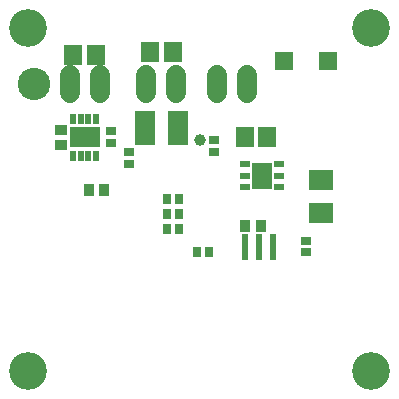
<source format=gbr>
G04 EAGLE Gerber X2 export*
%TF.Part,Single*%
%TF.FileFunction,Soldermask,Bot,1*%
%TF.FilePolarity,Negative*%
%TF.GenerationSoftware,Autodesk,EAGLE,9.0.0*%
%TF.CreationDate,2018-05-01T16:53:20Z*%
G75*
%MOMM*%
%FSLAX34Y34*%
%LPD*%
%AMOC8*
5,1,8,0,0,1.08239X$1,22.5*%
G01*
%ADD10R,1.503200X1.703200*%
%ADD11R,1.103200X0.903200*%
%ADD12R,0.903200X1.103200*%
%ADD13R,1.603200X1.603200*%
%ADD14R,2.603200X1.703200*%
%ADD15R,0.553200X0.853200*%
%ADD16R,1.803200X2.903200*%
%ADD17R,0.903200X0.803200*%
%ADD18C,1.703200*%
%ADD19R,0.603200X2.203200*%
%ADD20R,0.803200X0.903200*%
%ADD21R,2.003200X1.803200*%
%ADD22R,1.803200X2.203200*%
%ADD23R,0.853200X0.553200*%
%ADD24C,2.743200*%
%ADD25C,3.203200*%
%ADD26C,1.003200*%


D10*
X133000Y300000D03*
X152000Y300000D03*
D11*
X57500Y221000D03*
X57500Y234000D03*
D12*
X213500Y152500D03*
X226500Y152500D03*
X94000Y182500D03*
X81000Y182500D03*
D13*
X246000Y292500D03*
X284000Y292500D03*
D14*
X77500Y227500D03*
D15*
X87250Y212000D03*
X80750Y212000D03*
X74250Y212000D03*
X67750Y212000D03*
X87250Y243000D03*
X80750Y243000D03*
X74250Y243000D03*
X67750Y243000D03*
D16*
X156500Y235000D03*
X128500Y235000D03*
D10*
X68000Y297500D03*
X87000Y297500D03*
D17*
X115000Y215000D03*
X115000Y205000D03*
D18*
X155200Y265000D02*
X155200Y280000D01*
X129800Y280000D02*
X129800Y265000D01*
X90200Y265000D02*
X90200Y280000D01*
X64800Y280000D02*
X64800Y265000D01*
D19*
X237000Y135000D03*
X225000Y135000D03*
X213000Y135000D03*
D20*
X147500Y162500D03*
X157500Y162500D03*
X147500Y175000D03*
X157500Y175000D03*
X147500Y150000D03*
X157500Y150000D03*
D17*
X100000Y222500D03*
X100000Y232500D03*
X265000Y140000D03*
X265000Y130000D03*
D18*
X215200Y265000D02*
X215200Y280000D01*
X189800Y280000D02*
X189800Y265000D01*
D21*
X277500Y163500D03*
X277500Y191500D03*
D22*
X227500Y195000D03*
D23*
X213190Y204540D03*
X213190Y195000D03*
X213190Y185460D03*
X241810Y204500D03*
X241810Y195000D03*
X241810Y185500D03*
D10*
X232000Y227500D03*
X213000Y227500D03*
D20*
X172500Y130000D03*
X182500Y130000D03*
D17*
X187500Y215000D03*
X187500Y225000D03*
D24*
X35000Y272500D03*
D25*
X30000Y320000D03*
X30000Y30000D03*
X320000Y30000D03*
X320000Y320000D03*
D26*
X175000Y225000D03*
M02*

</source>
